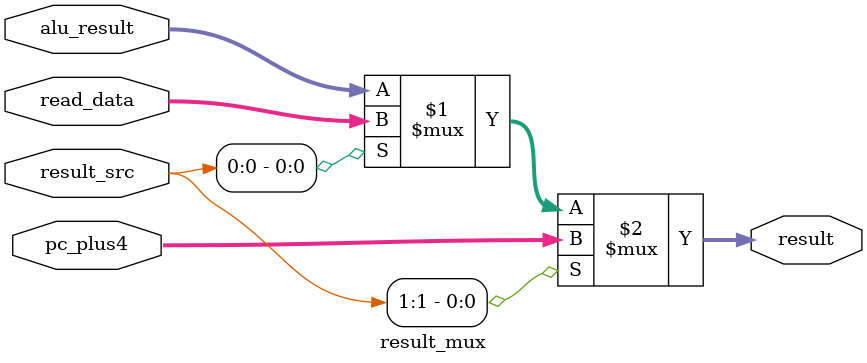
<source format=v>
`timescale 1ns / 1ps


module result_mux(
    input [31:0] alu_result, read_data, pc_plus4,
    input [31:0] result_src,
    output [31:0] result
    );
    
assign result   = result_src[1] ? pc_plus4 
                : (result_src[0] ? read_data : alu_result);
    
endmodule

</source>
